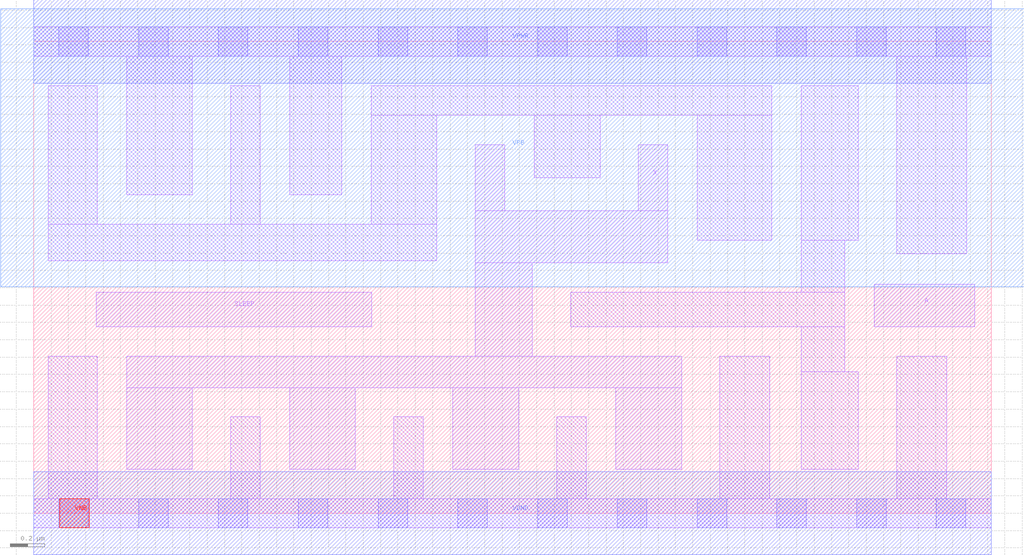
<source format=lef>
# Copyright 2020 The SkyWater PDK Authors
#
# Licensed under the Apache License, Version 2.0 (the "License");
# you may not use this file except in compliance with the License.
# You may obtain a copy of the License at
#
#     https://www.apache.org/licenses/LICENSE-2.0
#
# Unless required by applicable law or agreed to in writing, software
# distributed under the License is distributed on an "AS IS" BASIS,
# WITHOUT WARRANTIES OR CONDITIONS OF ANY KIND, either express or implied.
# See the License for the specific language governing permissions and
# limitations under the License.
#
# SPDX-License-Identifier: Apache-2.0

VERSION 5.7 ;
  NOWIREEXTENSIONATPIN ON ;
  DIVIDERCHAR "/" ;
  BUSBITCHARS "[]" ;
PROPERTYDEFINITIONS
  MACRO maskLayoutSubType STRING ;
  MACRO prCellType STRING ;
  MACRO originalViewName STRING ;
END PROPERTYDEFINITIONS
MACRO sky130_fd_sc_hdll__isobufsrc_4
  CLASS CORE ;
  FOREIGN sky130_fd_sc_hdll__isobufsrc_4 ;
  ORIGIN  0.000000  0.000000 ;
  SIZE  5.520000 BY  2.720000 ;
  SYMMETRY X Y R90 ;
  SITE unithd ;
  PIN A
    ANTENNAGATEAREA  0.277500 ;
    DIRECTION INPUT ;
    USE SIGNAL ;
    PORT
      LAYER li1 ;
        RECT 4.845000 1.075000 5.425000 1.320000 ;
    END
  END A
  PIN SLEEP
    ANTENNAGATEAREA  1.110000 ;
    DIRECTION INPUT ;
    USE SIGNAL ;
    PORT
      LAYER li1 ;
        RECT 0.360000 1.075000 1.950000 1.275000 ;
    END
  END SLEEP
  PIN VNB
    PORT
      LAYER pwell ;
        RECT 0.150000 -0.085000 0.320000 0.085000 ;
    END
  END VNB
  PIN VPB
    PORT
      LAYER nwell ;
        RECT -0.190000 1.305000 5.710000 2.910000 ;
    END
  END VPB
  PIN X
    ANTENNADIFFAREA  1.477000 ;
    DIRECTION OUTPUT ;
    USE SIGNAL ;
    PORT
      LAYER li1 ;
        RECT 0.535000 0.255000 0.915000 0.725000 ;
        RECT 0.535000 0.725000 3.735000 0.905000 ;
        RECT 1.475000 0.255000 1.855000 0.725000 ;
        RECT 2.415000 0.255000 2.795000 0.725000 ;
        RECT 2.545000 0.905000 2.875000 1.445000 ;
        RECT 2.545000 1.445000 3.655000 1.745000 ;
        RECT 2.545000 1.745000 2.715000 2.125000 ;
        RECT 3.355000 0.255000 3.735000 0.725000 ;
        RECT 3.485000 1.745000 3.655000 2.125000 ;
    END
  END X
  PIN VGND
    DIRECTION INOUT ;
    USE GROUND ;
    PORT
      LAYER met1 ;
        RECT 0.000000 -0.240000 5.520000 0.240000 ;
    END
  END VGND
  PIN VPWR
    DIRECTION INOUT ;
    USE POWER ;
    PORT
      LAYER met1 ;
        RECT 0.000000 2.480000 5.520000 2.960000 ;
    END
  END VPWR
  OBS
    LAYER li1 ;
      RECT 0.000000 -0.085000 5.520000 0.085000 ;
      RECT 0.000000  2.635000 5.520000 2.805000 ;
      RECT 0.085000  0.085000 0.365000 0.905000 ;
      RECT 0.085000  1.455000 2.325000 1.665000 ;
      RECT 0.085000  1.665000 0.365000 2.465000 ;
      RECT 0.535000  1.835000 0.915000 2.635000 ;
      RECT 1.135000  0.085000 1.305000 0.555000 ;
      RECT 1.135000  1.665000 1.305000 2.465000 ;
      RECT 1.475000  1.835000 1.775000 2.635000 ;
      RECT 1.945000  1.665000 2.325000 2.295000 ;
      RECT 1.945000  2.295000 4.255000 2.465000 ;
      RECT 2.075000  0.085000 2.245000 0.555000 ;
      RECT 2.885000  1.935000 3.265000 2.295000 ;
      RECT 3.015000  0.085000 3.185000 0.555000 ;
      RECT 3.095000  1.075000 4.675000 1.275000 ;
      RECT 3.825000  1.575000 4.255000 2.295000 ;
      RECT 3.955000  0.085000 4.245000 0.905000 ;
      RECT 4.425000  0.255000 4.755000 0.815000 ;
      RECT 4.425000  0.815000 4.675000 1.075000 ;
      RECT 4.425000  1.275000 4.675000 1.575000 ;
      RECT 4.425000  1.575000 4.755000 2.465000 ;
      RECT 4.975000  0.085000 5.265000 0.905000 ;
      RECT 4.975000  1.495000 5.380000 2.635000 ;
    LAYER mcon ;
      RECT 0.145000 -0.085000 0.315000 0.085000 ;
      RECT 0.145000  2.635000 0.315000 2.805000 ;
      RECT 0.605000 -0.085000 0.775000 0.085000 ;
      RECT 0.605000  2.635000 0.775000 2.805000 ;
      RECT 1.065000 -0.085000 1.235000 0.085000 ;
      RECT 1.065000  2.635000 1.235000 2.805000 ;
      RECT 1.525000 -0.085000 1.695000 0.085000 ;
      RECT 1.525000  2.635000 1.695000 2.805000 ;
      RECT 1.985000 -0.085000 2.155000 0.085000 ;
      RECT 1.985000  2.635000 2.155000 2.805000 ;
      RECT 2.445000 -0.085000 2.615000 0.085000 ;
      RECT 2.445000  2.635000 2.615000 2.805000 ;
      RECT 2.905000 -0.085000 3.075000 0.085000 ;
      RECT 2.905000  2.635000 3.075000 2.805000 ;
      RECT 3.365000 -0.085000 3.535000 0.085000 ;
      RECT 3.365000  2.635000 3.535000 2.805000 ;
      RECT 3.825000 -0.085000 3.995000 0.085000 ;
      RECT 3.825000  2.635000 3.995000 2.805000 ;
      RECT 4.285000 -0.085000 4.455000 0.085000 ;
      RECT 4.285000  2.635000 4.455000 2.805000 ;
      RECT 4.745000 -0.085000 4.915000 0.085000 ;
      RECT 4.745000  2.635000 4.915000 2.805000 ;
      RECT 5.205000 -0.085000 5.375000 0.085000 ;
      RECT 5.205000  2.635000 5.375000 2.805000 ;
  END
  PROPERTY maskLayoutSubType "abstract" ;
  PROPERTY prCellType "standard" ;
  PROPERTY originalViewName "layout" ;
END sky130_fd_sc_hdll__isobufsrc_4
END LIBRARY

</source>
